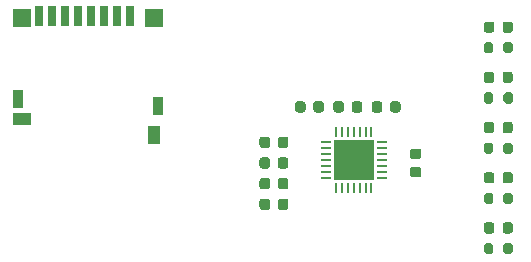
<source format=gbr>
%TF.GenerationSoftware,KiCad,Pcbnew,(5.1.9)-1*%
%TF.CreationDate,2021-08-08T21:49:21+01:00*%
%TF.ProjectId,glassphones - main pcb,676c6173-7370-4686-9f6e-6573202d206d,rev?*%
%TF.SameCoordinates,Original*%
%TF.FileFunction,Paste,Bot*%
%TF.FilePolarity,Positive*%
%FSLAX46Y46*%
G04 Gerber Fmt 4.6, Leading zero omitted, Abs format (unit mm)*
G04 Created by KiCad (PCBNEW (5.1.9)-1) date 2021-08-08 21:49:21*
%MOMM*%
%LPD*%
G01*
G04 APERTURE LIST*
%ADD10C,0.100000*%
%ADD11R,1.041400X1.549400*%
%ADD12R,1.549400X1.041400*%
%ADD13R,0.838200X1.549400*%
%ADD14R,1.498600X1.498600*%
%ADD15R,0.762000X1.803400*%
%ADD16R,3.352800X3.352800*%
%ADD17R,0.254000X0.965200*%
%ADD18R,0.965200X0.254000*%
G04 APERTURE END LIST*
D10*
%TO.C,U2*%
G36*
X176326400Y-49923600D02*
G01*
X176326400Y-51400000D01*
X174850000Y-51400000D01*
X174850000Y-49923600D01*
X176326400Y-49923600D01*
G37*
X176326400Y-49923600D02*
X176326400Y-51400000D01*
X174850000Y-51400000D01*
X174850000Y-49923600D01*
X176326400Y-49923600D01*
G36*
X176326400Y-51600000D02*
G01*
X176326400Y-53076400D01*
X174850000Y-53076400D01*
X174850000Y-51600000D01*
X176326400Y-51600000D01*
G37*
X176326400Y-51600000D02*
X176326400Y-53076400D01*
X174850000Y-53076400D01*
X174850000Y-51600000D01*
X176326400Y-51600000D01*
G36*
X174650000Y-49923600D02*
G01*
X174650000Y-51400000D01*
X173173600Y-51400000D01*
X173173600Y-49923600D01*
X174650000Y-49923600D01*
G37*
X174650000Y-49923600D02*
X174650000Y-51400000D01*
X173173600Y-51400000D01*
X173173600Y-49923600D01*
X174650000Y-49923600D01*
G36*
X174650000Y-51600000D02*
G01*
X174650000Y-53076400D01*
X173173600Y-53076400D01*
X173173600Y-51600000D01*
X174650000Y-51600000D01*
G37*
X174650000Y-51600000D02*
X174650000Y-53076400D01*
X173173600Y-53076400D01*
X173173600Y-51600000D01*
X174650000Y-51600000D01*
%TD*%
D11*
%TO.C,J2*%
X157804294Y-49381298D03*
D12*
X146650316Y-48060300D03*
D13*
X158205208Y-46956299D03*
X146294792Y-46306298D03*
D14*
X157875000Y-39481699D03*
X146625000Y-39481699D03*
D15*
X155800712Y-39329299D03*
X154700711Y-39329299D03*
X153600711Y-39329299D03*
X152500711Y-39329299D03*
X151400713Y-39329299D03*
X150300713Y-39329299D03*
X149200712Y-39329299D03*
X148100712Y-39329299D03*
%TD*%
D16*
%TO.C,U2*%
X174750000Y-51500000D03*
D17*
X176250000Y-49125100D03*
X175750001Y-49125100D03*
X175249999Y-49125100D03*
X174750000Y-49125100D03*
X174250001Y-49125100D03*
X173749999Y-49125100D03*
X173250000Y-49125100D03*
D18*
X172375100Y-50000000D03*
X172375100Y-50499999D03*
X172375100Y-51000001D03*
X172375100Y-51500000D03*
X172375100Y-51999999D03*
X172375100Y-52500001D03*
X172375100Y-53000000D03*
D17*
X173250000Y-53874900D03*
X173749999Y-53874900D03*
X174250001Y-53874900D03*
X174750000Y-53874900D03*
X175249999Y-53874900D03*
X175750001Y-53874900D03*
X176250000Y-53874900D03*
D18*
X177124900Y-53000000D03*
X177124900Y-52500001D03*
X177124900Y-51999999D03*
X177124900Y-51500000D03*
X177124900Y-51000001D03*
X177124900Y-50499999D03*
X177124900Y-50000000D03*
%TD*%
%TO.C,R12*%
G36*
G01*
X186575000Y-41725000D02*
X186575000Y-42275000D01*
G75*
G02*
X186375000Y-42475000I-200000J0D01*
G01*
X185975000Y-42475000D01*
G75*
G02*
X185775000Y-42275000I0J200000D01*
G01*
X185775000Y-41725000D01*
G75*
G02*
X185975000Y-41525000I200000J0D01*
G01*
X186375000Y-41525000D01*
G75*
G02*
X186575000Y-41725000I0J-200000D01*
G01*
G37*
G36*
G01*
X188225000Y-41725000D02*
X188225000Y-42275000D01*
G75*
G02*
X188025000Y-42475000I-200000J0D01*
G01*
X187625000Y-42475000D01*
G75*
G02*
X187425000Y-42275000I0J200000D01*
G01*
X187425000Y-41725000D01*
G75*
G02*
X187625000Y-41525000I200000J0D01*
G01*
X188025000Y-41525000D01*
G75*
G02*
X188225000Y-41725000I0J-200000D01*
G01*
G37*
%TD*%
%TO.C,R11*%
G36*
G01*
X187425000Y-59275000D02*
X187425000Y-58725000D01*
G75*
G02*
X187625000Y-58525000I200000J0D01*
G01*
X188025000Y-58525000D01*
G75*
G02*
X188225000Y-58725000I0J-200000D01*
G01*
X188225000Y-59275000D01*
G75*
G02*
X188025000Y-59475000I-200000J0D01*
G01*
X187625000Y-59475000D01*
G75*
G02*
X187425000Y-59275000I0J200000D01*
G01*
G37*
G36*
G01*
X185775000Y-59275000D02*
X185775000Y-58725000D01*
G75*
G02*
X185975000Y-58525000I200000J0D01*
G01*
X186375000Y-58525000D01*
G75*
G02*
X186575000Y-58725000I0J-200000D01*
G01*
X186575000Y-59275000D01*
G75*
G02*
X186375000Y-59475000I-200000J0D01*
G01*
X185975000Y-59475000D01*
G75*
G02*
X185775000Y-59275000I0J200000D01*
G01*
G37*
%TD*%
%TO.C,R10*%
G36*
G01*
X187425000Y-55025000D02*
X187425000Y-54475000D01*
G75*
G02*
X187625000Y-54275000I200000J0D01*
G01*
X188025000Y-54275000D01*
G75*
G02*
X188225000Y-54475000I0J-200000D01*
G01*
X188225000Y-55025000D01*
G75*
G02*
X188025000Y-55225000I-200000J0D01*
G01*
X187625000Y-55225000D01*
G75*
G02*
X187425000Y-55025000I0J200000D01*
G01*
G37*
G36*
G01*
X185775000Y-55025000D02*
X185775000Y-54475000D01*
G75*
G02*
X185975000Y-54275000I200000J0D01*
G01*
X186375000Y-54275000D01*
G75*
G02*
X186575000Y-54475000I0J-200000D01*
G01*
X186575000Y-55025000D01*
G75*
G02*
X186375000Y-55225000I-200000J0D01*
G01*
X185975000Y-55225000D01*
G75*
G02*
X185775000Y-55025000I0J200000D01*
G01*
G37*
%TD*%
%TO.C,R9*%
G36*
G01*
X187425000Y-50775000D02*
X187425000Y-50225000D01*
G75*
G02*
X187625000Y-50025000I200000J0D01*
G01*
X188025000Y-50025000D01*
G75*
G02*
X188225000Y-50225000I0J-200000D01*
G01*
X188225000Y-50775000D01*
G75*
G02*
X188025000Y-50975000I-200000J0D01*
G01*
X187625000Y-50975000D01*
G75*
G02*
X187425000Y-50775000I0J200000D01*
G01*
G37*
G36*
G01*
X185775000Y-50775000D02*
X185775000Y-50225000D01*
G75*
G02*
X185975000Y-50025000I200000J0D01*
G01*
X186375000Y-50025000D01*
G75*
G02*
X186575000Y-50225000I0J-200000D01*
G01*
X186575000Y-50775000D01*
G75*
G02*
X186375000Y-50975000I-200000J0D01*
G01*
X185975000Y-50975000D01*
G75*
G02*
X185775000Y-50775000I0J200000D01*
G01*
G37*
%TD*%
%TO.C,R8*%
G36*
G01*
X187425000Y-46525000D02*
X187425000Y-45975000D01*
G75*
G02*
X187625000Y-45775000I200000J0D01*
G01*
X188025000Y-45775000D01*
G75*
G02*
X188225000Y-45975000I0J-200000D01*
G01*
X188225000Y-46525000D01*
G75*
G02*
X188025000Y-46725000I-200000J0D01*
G01*
X187625000Y-46725000D01*
G75*
G02*
X187425000Y-46525000I0J200000D01*
G01*
G37*
G36*
G01*
X185775000Y-46525000D02*
X185775000Y-45975000D01*
G75*
G02*
X185975000Y-45775000I200000J0D01*
G01*
X186375000Y-45775000D01*
G75*
G02*
X186575000Y-45975000I0J-200000D01*
G01*
X186575000Y-46525000D01*
G75*
G02*
X186375000Y-46725000I-200000J0D01*
G01*
X185975000Y-46725000D01*
G75*
G02*
X185775000Y-46525000I0J200000D01*
G01*
G37*
%TD*%
%TO.C,C8*%
G36*
G01*
X179750000Y-52075000D02*
X180250000Y-52075000D01*
G75*
G02*
X180475000Y-52300000I0J-225000D01*
G01*
X180475000Y-52750000D01*
G75*
G02*
X180250000Y-52975000I-225000J0D01*
G01*
X179750000Y-52975000D01*
G75*
G02*
X179525000Y-52750000I0J225000D01*
G01*
X179525000Y-52300000D01*
G75*
G02*
X179750000Y-52075000I225000J0D01*
G01*
G37*
G36*
G01*
X179750000Y-50525000D02*
X180250000Y-50525000D01*
G75*
G02*
X180475000Y-50750000I0J-225000D01*
G01*
X180475000Y-51200000D01*
G75*
G02*
X180250000Y-51425000I-225000J0D01*
G01*
X179750000Y-51425000D01*
G75*
G02*
X179525000Y-51200000I0J225000D01*
G01*
X179525000Y-50750000D01*
G75*
G02*
X179750000Y-50525000I225000J0D01*
G01*
G37*
%TD*%
%TO.C,C7*%
G36*
G01*
X177825000Y-47250000D02*
X177825000Y-46750000D01*
G75*
G02*
X178050000Y-46525000I225000J0D01*
G01*
X178500000Y-46525000D01*
G75*
G02*
X178725000Y-46750000I0J-225000D01*
G01*
X178725000Y-47250000D01*
G75*
G02*
X178500000Y-47475000I-225000J0D01*
G01*
X178050000Y-47475000D01*
G75*
G02*
X177825000Y-47250000I0J225000D01*
G01*
G37*
G36*
G01*
X176275000Y-47250000D02*
X176275000Y-46750000D01*
G75*
G02*
X176500000Y-46525000I225000J0D01*
G01*
X176950000Y-46525000D01*
G75*
G02*
X177175000Y-46750000I0J-225000D01*
G01*
X177175000Y-47250000D01*
G75*
G02*
X176950000Y-47475000I-225000J0D01*
G01*
X176500000Y-47475000D01*
G75*
G02*
X176275000Y-47250000I0J225000D01*
G01*
G37*
%TD*%
%TO.C,C6*%
G36*
G01*
X167675000Y-49750000D02*
X167675000Y-50250000D01*
G75*
G02*
X167450000Y-50475000I-225000J0D01*
G01*
X167000000Y-50475000D01*
G75*
G02*
X166775000Y-50250000I0J225000D01*
G01*
X166775000Y-49750000D01*
G75*
G02*
X167000000Y-49525000I225000J0D01*
G01*
X167450000Y-49525000D01*
G75*
G02*
X167675000Y-49750000I0J-225000D01*
G01*
G37*
G36*
G01*
X169225000Y-49750000D02*
X169225000Y-50250000D01*
G75*
G02*
X169000000Y-50475000I-225000J0D01*
G01*
X168550000Y-50475000D01*
G75*
G02*
X168325000Y-50250000I0J225000D01*
G01*
X168325000Y-49750000D01*
G75*
G02*
X168550000Y-49525000I225000J0D01*
G01*
X169000000Y-49525000D01*
G75*
G02*
X169225000Y-49750000I0J-225000D01*
G01*
G37*
%TD*%
%TO.C,C5*%
G36*
G01*
X168325000Y-55500000D02*
X168325000Y-55000000D01*
G75*
G02*
X168550000Y-54775000I225000J0D01*
G01*
X169000000Y-54775000D01*
G75*
G02*
X169225000Y-55000000I0J-225000D01*
G01*
X169225000Y-55500000D01*
G75*
G02*
X169000000Y-55725000I-225000J0D01*
G01*
X168550000Y-55725000D01*
G75*
G02*
X168325000Y-55500000I0J225000D01*
G01*
G37*
G36*
G01*
X166775000Y-55500000D02*
X166775000Y-55000000D01*
G75*
G02*
X167000000Y-54775000I225000J0D01*
G01*
X167450000Y-54775000D01*
G75*
G02*
X167675000Y-55000000I0J-225000D01*
G01*
X167675000Y-55500000D01*
G75*
G02*
X167450000Y-55725000I-225000J0D01*
G01*
X167000000Y-55725000D01*
G75*
G02*
X166775000Y-55500000I0J225000D01*
G01*
G37*
%TD*%
%TO.C,C4*%
G36*
G01*
X168325000Y-52000000D02*
X168325000Y-51500000D01*
G75*
G02*
X168550000Y-51275000I225000J0D01*
G01*
X169000000Y-51275000D01*
G75*
G02*
X169225000Y-51500000I0J-225000D01*
G01*
X169225000Y-52000000D01*
G75*
G02*
X169000000Y-52225000I-225000J0D01*
G01*
X168550000Y-52225000D01*
G75*
G02*
X168325000Y-52000000I0J225000D01*
G01*
G37*
G36*
G01*
X166775000Y-52000000D02*
X166775000Y-51500000D01*
G75*
G02*
X167000000Y-51275000I225000J0D01*
G01*
X167450000Y-51275000D01*
G75*
G02*
X167675000Y-51500000I0J-225000D01*
G01*
X167675000Y-52000000D01*
G75*
G02*
X167450000Y-52225000I-225000J0D01*
G01*
X167000000Y-52225000D01*
G75*
G02*
X166775000Y-52000000I0J225000D01*
G01*
G37*
%TD*%
%TO.C,C3*%
G36*
G01*
X168325000Y-53750000D02*
X168325000Y-53250000D01*
G75*
G02*
X168550000Y-53025000I225000J0D01*
G01*
X169000000Y-53025000D01*
G75*
G02*
X169225000Y-53250000I0J-225000D01*
G01*
X169225000Y-53750000D01*
G75*
G02*
X169000000Y-53975000I-225000J0D01*
G01*
X168550000Y-53975000D01*
G75*
G02*
X168325000Y-53750000I0J225000D01*
G01*
G37*
G36*
G01*
X166775000Y-53750000D02*
X166775000Y-53250000D01*
G75*
G02*
X167000000Y-53025000I225000J0D01*
G01*
X167450000Y-53025000D01*
G75*
G02*
X167675000Y-53250000I0J-225000D01*
G01*
X167675000Y-53750000D01*
G75*
G02*
X167450000Y-53975000I-225000J0D01*
G01*
X167000000Y-53975000D01*
G75*
G02*
X166775000Y-53750000I0J225000D01*
G01*
G37*
%TD*%
%TO.C,C2*%
G36*
G01*
X171325000Y-47250000D02*
X171325000Y-46750000D01*
G75*
G02*
X171550000Y-46525000I225000J0D01*
G01*
X172000000Y-46525000D01*
G75*
G02*
X172225000Y-46750000I0J-225000D01*
G01*
X172225000Y-47250000D01*
G75*
G02*
X172000000Y-47475000I-225000J0D01*
G01*
X171550000Y-47475000D01*
G75*
G02*
X171325000Y-47250000I0J225000D01*
G01*
G37*
G36*
G01*
X169775000Y-47250000D02*
X169775000Y-46750000D01*
G75*
G02*
X170000000Y-46525000I225000J0D01*
G01*
X170450000Y-46525000D01*
G75*
G02*
X170675000Y-46750000I0J-225000D01*
G01*
X170675000Y-47250000D01*
G75*
G02*
X170450000Y-47475000I-225000J0D01*
G01*
X170000000Y-47475000D01*
G75*
G02*
X169775000Y-47250000I0J225000D01*
G01*
G37*
%TD*%
%TO.C,C1*%
G36*
G01*
X173925000Y-46750000D02*
X173925000Y-47250000D01*
G75*
G02*
X173700000Y-47475000I-225000J0D01*
G01*
X173250000Y-47475000D01*
G75*
G02*
X173025000Y-47250000I0J225000D01*
G01*
X173025000Y-46750000D01*
G75*
G02*
X173250000Y-46525000I225000J0D01*
G01*
X173700000Y-46525000D01*
G75*
G02*
X173925000Y-46750000I0J-225000D01*
G01*
G37*
G36*
G01*
X175475000Y-46750000D02*
X175475000Y-47250000D01*
G75*
G02*
X175250000Y-47475000I-225000J0D01*
G01*
X174800000Y-47475000D01*
G75*
G02*
X174575000Y-47250000I0J225000D01*
G01*
X174575000Y-46750000D01*
G75*
G02*
X174800000Y-46525000I225000J0D01*
G01*
X175250000Y-46525000D01*
G75*
G02*
X175475000Y-46750000I0J-225000D01*
G01*
G37*
%TD*%
%TO.C,D5*%
G36*
G01*
X186650000Y-39993750D02*
X186650000Y-40506250D01*
G75*
G02*
X186431250Y-40725000I-218750J0D01*
G01*
X185993750Y-40725000D01*
G75*
G02*
X185775000Y-40506250I0J218750D01*
G01*
X185775000Y-39993750D01*
G75*
G02*
X185993750Y-39775000I218750J0D01*
G01*
X186431250Y-39775000D01*
G75*
G02*
X186650000Y-39993750I0J-218750D01*
G01*
G37*
G36*
G01*
X188225000Y-39993750D02*
X188225000Y-40506250D01*
G75*
G02*
X188006250Y-40725000I-218750J0D01*
G01*
X187568750Y-40725000D01*
G75*
G02*
X187350000Y-40506250I0J218750D01*
G01*
X187350000Y-39993750D01*
G75*
G02*
X187568750Y-39775000I218750J0D01*
G01*
X188006250Y-39775000D01*
G75*
G02*
X188225000Y-39993750I0J-218750D01*
G01*
G37*
%TD*%
%TO.C,D4*%
G36*
G01*
X186650000Y-56993750D02*
X186650000Y-57506250D01*
G75*
G02*
X186431250Y-57725000I-218750J0D01*
G01*
X185993750Y-57725000D01*
G75*
G02*
X185775000Y-57506250I0J218750D01*
G01*
X185775000Y-56993750D01*
G75*
G02*
X185993750Y-56775000I218750J0D01*
G01*
X186431250Y-56775000D01*
G75*
G02*
X186650000Y-56993750I0J-218750D01*
G01*
G37*
G36*
G01*
X188225000Y-56993750D02*
X188225000Y-57506250D01*
G75*
G02*
X188006250Y-57725000I-218750J0D01*
G01*
X187568750Y-57725000D01*
G75*
G02*
X187350000Y-57506250I0J218750D01*
G01*
X187350000Y-56993750D01*
G75*
G02*
X187568750Y-56775000I218750J0D01*
G01*
X188006250Y-56775000D01*
G75*
G02*
X188225000Y-56993750I0J-218750D01*
G01*
G37*
%TD*%
%TO.C,D3*%
G36*
G01*
X186650000Y-52743750D02*
X186650000Y-53256250D01*
G75*
G02*
X186431250Y-53475000I-218750J0D01*
G01*
X185993750Y-53475000D01*
G75*
G02*
X185775000Y-53256250I0J218750D01*
G01*
X185775000Y-52743750D01*
G75*
G02*
X185993750Y-52525000I218750J0D01*
G01*
X186431250Y-52525000D01*
G75*
G02*
X186650000Y-52743750I0J-218750D01*
G01*
G37*
G36*
G01*
X188225000Y-52743750D02*
X188225000Y-53256250D01*
G75*
G02*
X188006250Y-53475000I-218750J0D01*
G01*
X187568750Y-53475000D01*
G75*
G02*
X187350000Y-53256250I0J218750D01*
G01*
X187350000Y-52743750D01*
G75*
G02*
X187568750Y-52525000I218750J0D01*
G01*
X188006250Y-52525000D01*
G75*
G02*
X188225000Y-52743750I0J-218750D01*
G01*
G37*
%TD*%
%TO.C,D2*%
G36*
G01*
X186650000Y-48493750D02*
X186650000Y-49006250D01*
G75*
G02*
X186431250Y-49225000I-218750J0D01*
G01*
X185993750Y-49225000D01*
G75*
G02*
X185775000Y-49006250I0J218750D01*
G01*
X185775000Y-48493750D01*
G75*
G02*
X185993750Y-48275000I218750J0D01*
G01*
X186431250Y-48275000D01*
G75*
G02*
X186650000Y-48493750I0J-218750D01*
G01*
G37*
G36*
G01*
X188225000Y-48493750D02*
X188225000Y-49006250D01*
G75*
G02*
X188006250Y-49225000I-218750J0D01*
G01*
X187568750Y-49225000D01*
G75*
G02*
X187350000Y-49006250I0J218750D01*
G01*
X187350000Y-48493750D01*
G75*
G02*
X187568750Y-48275000I218750J0D01*
G01*
X188006250Y-48275000D01*
G75*
G02*
X188225000Y-48493750I0J-218750D01*
G01*
G37*
%TD*%
%TO.C,D1*%
G36*
G01*
X186650000Y-44243750D02*
X186650000Y-44756250D01*
G75*
G02*
X186431250Y-44975000I-218750J0D01*
G01*
X185993750Y-44975000D01*
G75*
G02*
X185775000Y-44756250I0J218750D01*
G01*
X185775000Y-44243750D01*
G75*
G02*
X185993750Y-44025000I218750J0D01*
G01*
X186431250Y-44025000D01*
G75*
G02*
X186650000Y-44243750I0J-218750D01*
G01*
G37*
G36*
G01*
X188225000Y-44243750D02*
X188225000Y-44756250D01*
G75*
G02*
X188006250Y-44975000I-218750J0D01*
G01*
X187568750Y-44975000D01*
G75*
G02*
X187350000Y-44756250I0J218750D01*
G01*
X187350000Y-44243750D01*
G75*
G02*
X187568750Y-44025000I218750J0D01*
G01*
X188006250Y-44025000D01*
G75*
G02*
X188225000Y-44243750I0J-218750D01*
G01*
G37*
%TD*%
M02*

</source>
